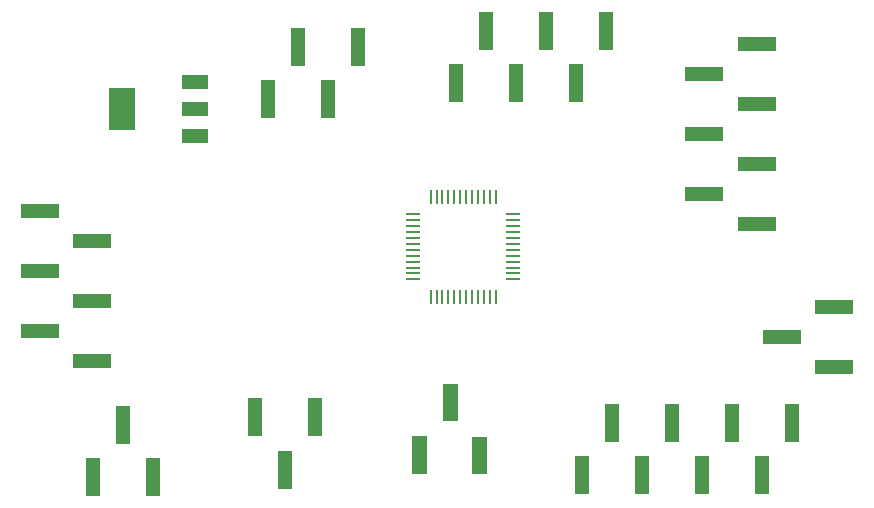
<source format=gtp>
G75*
%MOIN*%
%OFA0B0*%
%FSLAX25Y25*%
%IPPOS*%
%LPD*%
%AMOC8*
5,1,8,0,0,1.08239X$1,22.5*
%
%ADD10R,0.01000X0.04500*%
%ADD11R,0.04500X0.01000*%
%ADD12R,0.05000X0.12500*%
%ADD13R,0.12500X0.05000*%
%ADD14R,0.08800X0.04800*%
%ADD15R,0.08661X0.14173*%
D10*
X0147948Y0074668D03*
X0149917Y0074668D03*
X0151885Y0074668D03*
X0153854Y0074668D03*
X0155822Y0074668D03*
X0157791Y0074668D03*
X0159759Y0074668D03*
X0161728Y0074668D03*
X0163696Y0074668D03*
X0165665Y0074668D03*
X0167633Y0074668D03*
X0169602Y0074668D03*
X0169602Y0108132D03*
X0167633Y0108132D03*
X0165665Y0108132D03*
X0163696Y0108132D03*
X0161728Y0108132D03*
X0159759Y0108132D03*
X0157791Y0108132D03*
X0155822Y0108132D03*
X0153854Y0108132D03*
X0151885Y0108132D03*
X0149917Y0108132D03*
X0147948Y0108132D03*
D11*
X0142043Y0102227D03*
X0142043Y0100258D03*
X0142043Y0098290D03*
X0142043Y0096321D03*
X0142043Y0094353D03*
X0142043Y0092384D03*
X0142043Y0090416D03*
X0142043Y0088447D03*
X0142043Y0086479D03*
X0142043Y0084510D03*
X0142043Y0082542D03*
X0142043Y0080573D03*
X0175507Y0080573D03*
X0175507Y0082542D03*
X0175507Y0084510D03*
X0175507Y0086479D03*
X0175507Y0088447D03*
X0175507Y0090416D03*
X0175507Y0092384D03*
X0175507Y0094353D03*
X0175507Y0096321D03*
X0175507Y0098290D03*
X0175507Y0100258D03*
X0175507Y0102227D03*
D12*
X0035450Y0014650D03*
X0055450Y0014650D03*
X0045450Y0032150D03*
X0089225Y0034625D03*
X0109225Y0034625D03*
X0099225Y0017125D03*
X0198275Y0015325D03*
X0218275Y0015325D03*
X0238275Y0015325D03*
X0258275Y0015325D03*
X0248275Y0032825D03*
X0228275Y0032825D03*
X0208275Y0032825D03*
X0268275Y0032825D03*
X0113650Y0140575D03*
X0093650Y0140575D03*
X0103650Y0158075D03*
X0123650Y0158075D03*
X0156350Y0145950D03*
X0176350Y0145950D03*
X0196350Y0145950D03*
X0186350Y0163450D03*
X0166350Y0163450D03*
X0206350Y0163450D03*
D13*
X0239075Y0149025D03*
X0256575Y0159025D03*
X0256575Y0139025D03*
X0239075Y0129025D03*
X0256575Y0119025D03*
X0239075Y0109025D03*
X0256575Y0099025D03*
X0282550Y0071400D03*
X0265050Y0061400D03*
X0282550Y0051400D03*
G36*
X0161743Y0015648D02*
X0161874Y0028146D01*
X0166873Y0028094D01*
X0166742Y0015596D01*
X0161743Y0015648D01*
G37*
G36*
X0141744Y0015857D02*
X0141875Y0028355D01*
X0146874Y0028303D01*
X0146743Y0015805D01*
X0141744Y0015857D01*
G37*
G36*
X0151927Y0033252D02*
X0152058Y0045750D01*
X0157057Y0045698D01*
X0156926Y0033200D01*
X0151927Y0033252D01*
G37*
X0035075Y0053400D03*
X0017575Y0063400D03*
X0035075Y0073400D03*
X0017575Y0083400D03*
X0035075Y0093400D03*
X0017575Y0103400D03*
D14*
X0069550Y0128250D03*
X0069550Y0137350D03*
X0069550Y0146450D03*
D15*
X0045149Y0137350D03*
M02*

</source>
